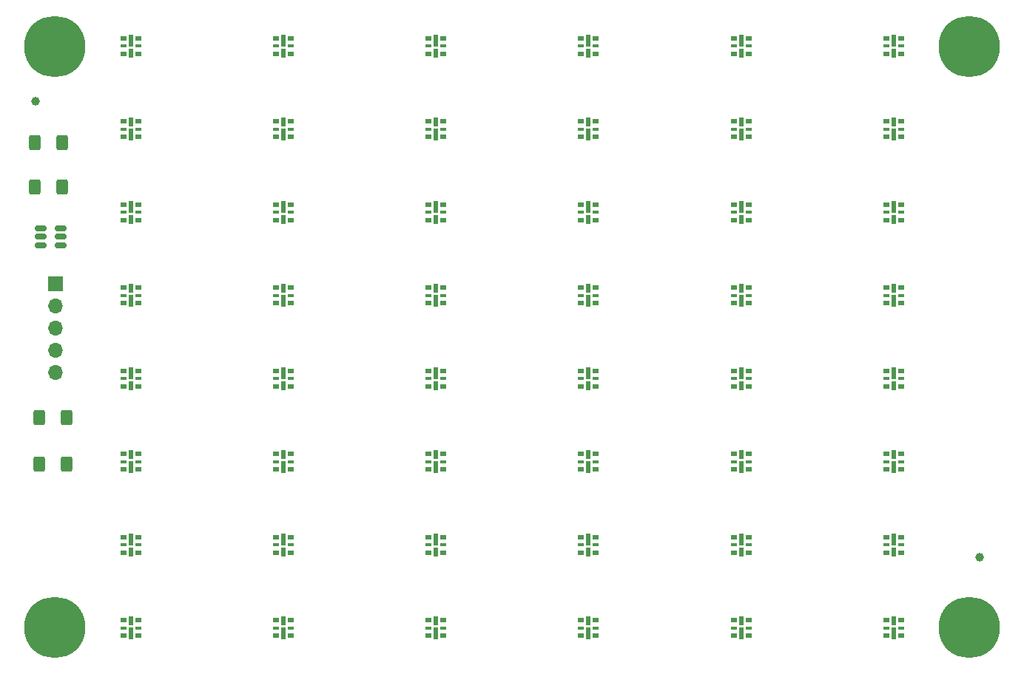
<source format=gbr>
%TF.GenerationSoftware,KiCad,Pcbnew,(6.0.7)*%
%TF.CreationDate,2022-11-11T00:25:46-08:00*%
%TF.ProjectId,LED_Board_s_,4c45445f-426f-4617-9264-5f735f2e6b69,rev?*%
%TF.SameCoordinates,Original*%
%TF.FileFunction,Soldermask,Top*%
%TF.FilePolarity,Negative*%
%FSLAX46Y46*%
G04 Gerber Fmt 4.6, Leading zero omitted, Abs format (unit mm)*
G04 Created by KiCad (PCBNEW (6.0.7)) date 2022-11-11 00:25:46*
%MOMM*%
%LPD*%
G01*
G04 APERTURE LIST*
G04 Aperture macros list*
%AMRoundRect*
0 Rectangle with rounded corners*
0 $1 Rounding radius*
0 $2 $3 $4 $5 $6 $7 $8 $9 X,Y pos of 4 corners*
0 Add a 4 corners polygon primitive as box body*
4,1,4,$2,$3,$4,$5,$6,$7,$8,$9,$2,$3,0*
0 Add four circle primitives for the rounded corners*
1,1,$1+$1,$2,$3*
1,1,$1+$1,$4,$5*
1,1,$1+$1,$6,$7*
1,1,$1+$1,$8,$9*
0 Add four rect primitives between the rounded corners*
20,1,$1+$1,$2,$3,$4,$5,0*
20,1,$1+$1,$4,$5,$6,$7,0*
20,1,$1+$1,$6,$7,$8,$9,0*
20,1,$1+$1,$8,$9,$2,$3,0*%
G04 Aperture macros list end*
%ADD10R,0.800000X0.500000*%
%ADD11R,0.500000X1.000000*%
%ADD12R,0.800000X0.300000*%
%ADD13R,0.500000X1.480000*%
%ADD14RoundRect,0.250000X-0.400000X-0.625000X0.400000X-0.625000X0.400000X0.625000X-0.400000X0.625000X0*%
%ADD15C,1.000000*%
%ADD16C,0.800000*%
%ADD17C,7.000000*%
%ADD18RoundRect,0.150000X-0.512500X-0.150000X0.512500X-0.150000X0.512500X0.150000X-0.512500X0.150000X0*%
%ADD19R,1.700000X1.700000*%
%ADD20O,1.700000X1.700000*%
G04 APERTURE END LIST*
D10*
%TO.C,D32*%
X237147893Y-147360393D03*
D11*
X237997893Y-147430393D03*
D12*
X237147893Y-148260393D03*
D10*
X237147893Y-149160393D03*
X238847893Y-149160393D03*
D12*
X238847893Y-148260393D03*
D13*
X237997893Y-148850393D03*
D10*
X238847893Y-147360393D03*
%TD*%
D14*
%TO.C,R2*%
X157700000Y-143250000D03*
X160800000Y-143250000D03*
%TD*%
D11*
%TO.C,D44*%
X237997893Y-166480393D03*
D10*
X237147893Y-166410393D03*
D12*
X237147893Y-167310393D03*
D10*
X237147893Y-168210393D03*
X238847893Y-168210393D03*
D12*
X238847893Y-167310393D03*
D10*
X238847893Y-166410393D03*
D13*
X237997893Y-167900393D03*
%TD*%
D11*
%TO.C,D15*%
X203077893Y-120515393D03*
D10*
X203927893Y-120585393D03*
D12*
X203927893Y-119685393D03*
D10*
X203927893Y-118785393D03*
X202227893Y-118785393D03*
D12*
X202227893Y-119685393D03*
D10*
X202227893Y-120585393D03*
D13*
X203077893Y-119095393D03*
%TD*%
D14*
%TO.C,R4*%
X157700000Y-148500000D03*
X160800000Y-148500000D03*
%TD*%
D10*
%TO.C,D10*%
X202227893Y-109260393D03*
D11*
X203077893Y-109330393D03*
D12*
X202227893Y-110160393D03*
D10*
X202227893Y-111060393D03*
X203927893Y-111060393D03*
D12*
X203927893Y-110160393D03*
D13*
X203077893Y-110750393D03*
D10*
X203927893Y-109260393D03*
%TD*%
%TO.C,D13*%
X169007893Y-120585393D03*
D11*
X168157893Y-120515393D03*
D12*
X169007893Y-119685393D03*
D10*
X169007893Y-118785393D03*
X167307893Y-118785393D03*
D12*
X167307893Y-119685393D03*
D10*
X167307893Y-120585393D03*
D13*
X168157893Y-119095393D03*
%TD*%
D11*
%TO.C,D33*%
X220537893Y-147430393D03*
D10*
X219687893Y-147360393D03*
D12*
X219687893Y-148260393D03*
D10*
X219687893Y-149160393D03*
X221387893Y-149160393D03*
D12*
X221387893Y-148260393D03*
D13*
X220537893Y-148850393D03*
D10*
X221387893Y-147360393D03*
%TD*%
D11*
%TO.C,D20*%
X237997893Y-128380393D03*
D10*
X237147893Y-128310393D03*
D12*
X237147893Y-129210393D03*
D10*
X237147893Y-130110393D03*
X238847893Y-130110393D03*
D12*
X238847893Y-129210393D03*
D10*
X238847893Y-128310393D03*
D13*
X237997893Y-129800393D03*
%TD*%
D10*
%TO.C,D48*%
X167307893Y-166410393D03*
D11*
X168157893Y-166480393D03*
D12*
X167307893Y-167310393D03*
D10*
X167307893Y-168210393D03*
X169007893Y-168210393D03*
D12*
X169007893Y-167310393D03*
D13*
X168157893Y-167900393D03*
D10*
X169007893Y-166410393D03*
%TD*%
D15*
%TO.C,FID2*%
X265250000Y-159250000D03*
%TD*%
D10*
%TO.C,D17*%
X238847893Y-120585393D03*
D11*
X237997893Y-120515393D03*
D12*
X238847893Y-119685393D03*
D10*
X238847893Y-118785393D03*
X237147893Y-118785393D03*
D12*
X237147893Y-119685393D03*
D13*
X237997893Y-119095393D03*
D10*
X237147893Y-120585393D03*
%TD*%
%TO.C,D46*%
X202227893Y-166410393D03*
D11*
X203077893Y-166480393D03*
D12*
X202227893Y-167310393D03*
D10*
X202227893Y-168210393D03*
X203927893Y-168210393D03*
D12*
X203927893Y-167310393D03*
D13*
X203077893Y-167900393D03*
D10*
X203927893Y-166410393D03*
%TD*%
%TO.C,D43*%
X254607893Y-166410393D03*
D11*
X255457893Y-166480393D03*
D12*
X254607893Y-167310393D03*
D10*
X254607893Y-168210393D03*
X256307893Y-168210393D03*
D12*
X256307893Y-167310393D03*
D13*
X255457893Y-167900393D03*
D10*
X256307893Y-166410393D03*
%TD*%
%TO.C,D11*%
X184767893Y-109260393D03*
D11*
X185617893Y-109330393D03*
D12*
X184767893Y-110160393D03*
D10*
X184767893Y-111060393D03*
X186467893Y-111060393D03*
D12*
X186467893Y-110160393D03*
D10*
X186467893Y-109260393D03*
D13*
X185617893Y-110750393D03*
%TD*%
D11*
%TO.C,D40*%
X220537893Y-158615393D03*
D10*
X221387893Y-158685393D03*
D12*
X221387893Y-157785393D03*
D10*
X221387893Y-156885393D03*
X219687893Y-156885393D03*
D12*
X219687893Y-157785393D03*
D10*
X219687893Y-158685393D03*
D13*
X220537893Y-157195393D03*
%TD*%
D10*
%TO.C,D39*%
X203927893Y-158685393D03*
D11*
X203077893Y-158615393D03*
D12*
X203927893Y-157785393D03*
D10*
X203927893Y-156885393D03*
X202227893Y-156885393D03*
D12*
X202227893Y-157785393D03*
D13*
X203077893Y-157195393D03*
D10*
X202227893Y-158685393D03*
%TD*%
%TO.C,D34*%
X202227893Y-147360393D03*
D11*
X203077893Y-147430393D03*
D12*
X202227893Y-148260393D03*
D10*
X202227893Y-149160393D03*
X203927893Y-149160393D03*
D12*
X203927893Y-148260393D03*
D13*
X203077893Y-148850393D03*
D10*
X203927893Y-147360393D03*
%TD*%
D11*
%TO.C,D31*%
X255457893Y-147430393D03*
D10*
X254607893Y-147360393D03*
D12*
X254607893Y-148260393D03*
D10*
X254607893Y-149160393D03*
X256307893Y-149160393D03*
D12*
X256307893Y-148260393D03*
D10*
X256307893Y-147360393D03*
D13*
X255457893Y-148850393D03*
%TD*%
D11*
%TO.C,D21*%
X220537893Y-128380393D03*
D10*
X219687893Y-128310393D03*
D12*
X219687893Y-129210393D03*
D10*
X219687893Y-130110393D03*
X221387893Y-130110393D03*
D12*
X221387893Y-129210393D03*
D10*
X221387893Y-128310393D03*
D13*
X220537893Y-129800393D03*
%TD*%
D11*
%TO.C,D16*%
X220537893Y-120515393D03*
D10*
X221387893Y-120585393D03*
D12*
X221387893Y-119685393D03*
D10*
X221387893Y-118785393D03*
X219687893Y-118785393D03*
D12*
X219687893Y-119685393D03*
D13*
X220537893Y-119095393D03*
D10*
X219687893Y-120585393D03*
%TD*%
D16*
%TO.C,H2*%
X159482893Y-169872893D03*
X159482893Y-164622893D03*
X156857893Y-167247893D03*
D17*
X159482893Y-167247893D03*
D16*
X161339048Y-169104048D03*
X157626738Y-165391738D03*
X157626738Y-169104048D03*
X161339048Y-165391738D03*
X162107893Y-167247893D03*
%TD*%
D11*
%TO.C,D25*%
X168157893Y-139565393D03*
D10*
X169007893Y-139635393D03*
D12*
X169007893Y-138735393D03*
D10*
X169007893Y-137835393D03*
X167307893Y-137835393D03*
D12*
X167307893Y-138735393D03*
D13*
X168157893Y-138145393D03*
D10*
X167307893Y-139635393D03*
%TD*%
%TO.C,D4*%
X221387893Y-101535393D03*
D11*
X220537893Y-101465393D03*
D12*
X221387893Y-100635393D03*
D10*
X221387893Y-99735393D03*
X219687893Y-99735393D03*
D12*
X219687893Y-100635393D03*
D10*
X219687893Y-101535393D03*
D13*
X220537893Y-100045393D03*
%TD*%
D10*
%TO.C,D7*%
X254607893Y-109260393D03*
D11*
X255457893Y-109330393D03*
D12*
X254607893Y-110160393D03*
D10*
X254607893Y-111060393D03*
X256307893Y-111060393D03*
D12*
X256307893Y-110160393D03*
D13*
X255457893Y-110750393D03*
D10*
X256307893Y-109260393D03*
%TD*%
D14*
%TO.C,R3*%
X157200000Y-111750000D03*
X160300000Y-111750000D03*
%TD*%
D10*
%TO.C,D6*%
X256307893Y-101535393D03*
D11*
X255457893Y-101465393D03*
D12*
X256307893Y-100635393D03*
D10*
X256307893Y-99735393D03*
X254607893Y-99735393D03*
D12*
X254607893Y-100635393D03*
D10*
X254607893Y-101535393D03*
D13*
X255457893Y-100045393D03*
%TD*%
D10*
%TO.C,D1*%
X169007893Y-101535393D03*
D11*
X168157893Y-101465393D03*
D12*
X169007893Y-100635393D03*
D10*
X169007893Y-99735393D03*
X167307893Y-99735393D03*
D12*
X167307893Y-100635393D03*
D13*
X168157893Y-100045393D03*
D10*
X167307893Y-101535393D03*
%TD*%
%TO.C,D29*%
X238847893Y-139635393D03*
D11*
X237997893Y-139565393D03*
D12*
X238847893Y-138735393D03*
D10*
X238847893Y-137835393D03*
X237147893Y-137835393D03*
D12*
X237147893Y-138735393D03*
D10*
X237147893Y-139635393D03*
D13*
X237997893Y-138145393D03*
%TD*%
D10*
%TO.C,D35*%
X184767893Y-147360393D03*
D11*
X185617893Y-147430393D03*
D12*
X184767893Y-148260393D03*
D10*
X184767893Y-149160393D03*
X186467893Y-149160393D03*
D12*
X186467893Y-148260393D03*
D10*
X186467893Y-147360393D03*
D13*
X185617893Y-148850393D03*
%TD*%
D15*
%TO.C,FID1*%
X157250000Y-107000000D03*
%TD*%
D18*
%TO.C,Q1*%
X157862500Y-121550000D03*
X157862500Y-122500000D03*
X157862500Y-123450000D03*
X160137500Y-123450000D03*
X160137500Y-122500000D03*
X160137500Y-121550000D03*
%TD*%
D11*
%TO.C,D36*%
X168157893Y-147430393D03*
D10*
X167307893Y-147360393D03*
D12*
X167307893Y-148260393D03*
D10*
X167307893Y-149160393D03*
X169007893Y-149160393D03*
D12*
X169007893Y-148260393D03*
D10*
X169007893Y-147360393D03*
D13*
X168157893Y-148850393D03*
%TD*%
D10*
%TO.C,D26*%
X186467893Y-139635393D03*
D11*
X185617893Y-139565393D03*
D12*
X186467893Y-138735393D03*
D10*
X186467893Y-137835393D03*
X184767893Y-137835393D03*
D12*
X184767893Y-138735393D03*
D13*
X185617893Y-138145393D03*
D10*
X184767893Y-139635393D03*
%TD*%
%TO.C,D38*%
X186467893Y-158685393D03*
D11*
X185617893Y-158615393D03*
D12*
X186467893Y-157785393D03*
D10*
X186467893Y-156885393D03*
X184767893Y-156885393D03*
D12*
X184767893Y-157785393D03*
D13*
X185617893Y-157195393D03*
D10*
X184767893Y-158685393D03*
%TD*%
D11*
%TO.C,D23*%
X185617893Y-128380393D03*
D10*
X184767893Y-128310393D03*
D12*
X184767893Y-129210393D03*
D10*
X184767893Y-130110393D03*
X186467893Y-130110393D03*
D12*
X186467893Y-129210393D03*
D10*
X186467893Y-128310393D03*
D13*
X185617893Y-129800393D03*
%TD*%
D10*
%TO.C,D8*%
X237147893Y-109260393D03*
D11*
X237997893Y-109330393D03*
D12*
X237147893Y-110160393D03*
D10*
X237147893Y-111060393D03*
X238847893Y-111060393D03*
D12*
X238847893Y-110160393D03*
D10*
X238847893Y-109260393D03*
D13*
X237997893Y-110750393D03*
%TD*%
D10*
%TO.C,D30*%
X256307893Y-139635393D03*
D11*
X255457893Y-139565393D03*
D12*
X256307893Y-138735393D03*
D10*
X256307893Y-137835393D03*
X254607893Y-137835393D03*
D12*
X254607893Y-138735393D03*
D10*
X254607893Y-139635393D03*
D13*
X255457893Y-138145393D03*
%TD*%
D10*
%TO.C,D18*%
X256307893Y-120585393D03*
D11*
X255457893Y-120515393D03*
D12*
X256307893Y-119685393D03*
D10*
X256307893Y-118785393D03*
X254607893Y-118785393D03*
D12*
X254607893Y-119685393D03*
D13*
X255457893Y-119095393D03*
D10*
X254607893Y-120585393D03*
%TD*%
D11*
%TO.C,D2*%
X185617893Y-101465393D03*
D10*
X186467893Y-101535393D03*
D12*
X186467893Y-100635393D03*
D10*
X186467893Y-99735393D03*
X184767893Y-99735393D03*
D12*
X184767893Y-100635393D03*
D10*
X184767893Y-101535393D03*
D13*
X185617893Y-100045393D03*
%TD*%
D11*
%TO.C,D19*%
X255457893Y-128380393D03*
D10*
X254607893Y-128310393D03*
D12*
X254607893Y-129210393D03*
D10*
X254607893Y-130110393D03*
X256307893Y-130110393D03*
D12*
X256307893Y-129210393D03*
D10*
X256307893Y-128310393D03*
D13*
X255457893Y-129800393D03*
%TD*%
D17*
%TO.C,H3*%
X264132893Y-100697893D03*
%TD*%
D10*
%TO.C,D28*%
X221387893Y-139635393D03*
D11*
X220537893Y-139565393D03*
D12*
X221387893Y-138735393D03*
D10*
X221387893Y-137835393D03*
X219687893Y-137835393D03*
D12*
X219687893Y-138735393D03*
D10*
X219687893Y-139635393D03*
D13*
X220537893Y-138145393D03*
%TD*%
D11*
%TO.C,D12*%
X168157893Y-109330393D03*
D10*
X167307893Y-109260393D03*
D12*
X167307893Y-110160393D03*
D10*
X167307893Y-111060393D03*
X169007893Y-111060393D03*
D12*
X169007893Y-110160393D03*
D13*
X168157893Y-110750393D03*
D10*
X169007893Y-109260393D03*
%TD*%
%TO.C,D27*%
X203927893Y-139635393D03*
D11*
X203077893Y-139565393D03*
D12*
X203927893Y-138735393D03*
D10*
X203927893Y-137835393D03*
X202227893Y-137835393D03*
D12*
X202227893Y-138735393D03*
D10*
X202227893Y-139635393D03*
D13*
X203077893Y-138145393D03*
%TD*%
D10*
%TO.C,D45*%
X219687893Y-166410393D03*
D11*
X220537893Y-166480393D03*
D12*
X219687893Y-167310393D03*
D10*
X219687893Y-168210393D03*
X221387893Y-168210393D03*
D12*
X221387893Y-167310393D03*
D10*
X221387893Y-166410393D03*
D13*
X220537893Y-167900393D03*
%TD*%
D14*
%TO.C,R1*%
X157200000Y-116750000D03*
X160300000Y-116750000D03*
%TD*%
D10*
%TO.C,D14*%
X186467893Y-120585393D03*
D11*
X185617893Y-120515393D03*
D12*
X186467893Y-119685393D03*
D10*
X186467893Y-118785393D03*
X184767893Y-118785393D03*
D12*
X184767893Y-119685393D03*
D13*
X185617893Y-119095393D03*
D10*
X184767893Y-120585393D03*
%TD*%
%TO.C,D41*%
X238847893Y-158685393D03*
D11*
X237997893Y-158615393D03*
D12*
X238847893Y-157785393D03*
D10*
X238847893Y-156885393D03*
X237147893Y-156885393D03*
D12*
X237147893Y-157785393D03*
D10*
X237147893Y-158685393D03*
D13*
X237997893Y-157195393D03*
%TD*%
D10*
%TO.C,D47*%
X184767893Y-166410393D03*
D11*
X185617893Y-166480393D03*
D12*
X184767893Y-167310393D03*
D10*
X184767893Y-168210393D03*
X186467893Y-168210393D03*
D12*
X186467893Y-167310393D03*
D13*
X185617893Y-167900393D03*
D10*
X186467893Y-166410393D03*
%TD*%
%TO.C,D24*%
X167307893Y-128310393D03*
D11*
X168157893Y-128380393D03*
D12*
X167307893Y-129210393D03*
D10*
X167307893Y-130110393D03*
X169007893Y-130110393D03*
D12*
X169007893Y-129210393D03*
D10*
X169007893Y-128310393D03*
D13*
X168157893Y-129800393D03*
%TD*%
D11*
%TO.C,D42*%
X255457893Y-158615393D03*
D10*
X256307893Y-158685393D03*
D12*
X256307893Y-157785393D03*
D10*
X256307893Y-156885393D03*
X254607893Y-156885393D03*
D12*
X254607893Y-157785393D03*
D10*
X254607893Y-158685393D03*
D13*
X255457893Y-157195393D03*
%TD*%
D11*
%TO.C,D37*%
X168157893Y-158615393D03*
D10*
X169007893Y-158685393D03*
D12*
X169007893Y-157785393D03*
D10*
X169007893Y-156885393D03*
X167307893Y-156885393D03*
D12*
X167307893Y-157785393D03*
D10*
X167307893Y-158685393D03*
D13*
X168157893Y-157195393D03*
%TD*%
D17*
%TO.C,H4*%
X264132893Y-167247893D03*
%TD*%
D10*
%TO.C,D9*%
X219687893Y-109260393D03*
D11*
X220537893Y-109330393D03*
D12*
X219687893Y-110160393D03*
D10*
X219687893Y-111060393D03*
X221387893Y-111060393D03*
D12*
X221387893Y-110160393D03*
D10*
X221387893Y-109260393D03*
D13*
X220537893Y-110750393D03*
%TD*%
D11*
%TO.C,D22*%
X203077893Y-128380393D03*
D10*
X202227893Y-128310393D03*
D12*
X202227893Y-129210393D03*
D10*
X202227893Y-130110393D03*
X203927893Y-130110393D03*
D12*
X203927893Y-129210393D03*
D10*
X203927893Y-128310393D03*
D13*
X203077893Y-129800393D03*
%TD*%
D11*
%TO.C,D3*%
X203077893Y-101465393D03*
D10*
X203927893Y-101535393D03*
D12*
X203927893Y-100635393D03*
D10*
X203927893Y-99735393D03*
X202227893Y-99735393D03*
D12*
X202227893Y-100635393D03*
D10*
X202227893Y-101535393D03*
D13*
X203077893Y-100045393D03*
%TD*%
D11*
%TO.C,D5*%
X237997893Y-101465393D03*
D10*
X238847893Y-101535393D03*
D12*
X238847893Y-100635393D03*
D10*
X238847893Y-99735393D03*
X237147893Y-99735393D03*
D12*
X237147893Y-100635393D03*
D10*
X237147893Y-101535393D03*
D13*
X237997893Y-100045393D03*
%TD*%
D17*
%TO.C,H1*%
X159482893Y-100697893D03*
%TD*%
D19*
%TO.C,J1*%
X159500000Y-127925000D03*
D20*
X159500000Y-130465000D03*
X159500000Y-133005000D03*
X159500000Y-135545000D03*
X159500000Y-138085000D03*
%TD*%
M02*

</source>
